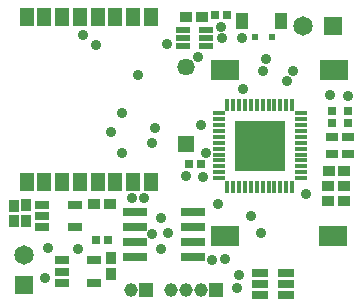
<source format=gts>
G04*
G04 #@! TF.GenerationSoftware,Altium Limited,Altium Designer,18.0.9 (584)*
G04*
G04 Layer_Color=8388736*
%FSLAX25Y25*%
%MOIN*%
G70*
G01*
G75*
%ADD32R,0.02165X0.02165*%
%ADD33R,0.09213X0.06890*%
%ADD34R,0.04134X0.03347*%
%ADD35R,0.04134X0.02953*%
%ADD36R,0.02953X0.02559*%
%ADD37R,0.05391X0.02591*%
%ADD38R,0.03347X0.04134*%
%ADD39R,0.04991X0.01991*%
%ADD40R,0.02559X0.02953*%
%ADD41R,0.04528X0.02953*%
%ADD42R,0.08391X0.02691*%
%ADD43R,0.04528X0.06496*%
%ADD44R,0.01693X0.03937*%
%ADD45R,0.03937X0.01693*%
%ADD46R,0.16732X0.16732*%
%ADD47R,0.04191X0.05391*%
%ADD48C,0.05740*%
%ADD49R,0.05740X0.05740*%
%ADD50R,0.04528X0.04528*%
%ADD51C,0.04528*%
%ADD52C,0.06496*%
%ADD53R,0.06496X0.06496*%
%ADD54R,0.06496X0.06496*%
%ADD55C,0.03591*%
D32*
X188066Y188840D02*
D03*
X182554D02*
D03*
D33*
X208702Y177580D02*
D03*
X172560D02*
D03*
X208571Y122500D02*
D03*
X172429D02*
D03*
D34*
X206941Y134000D02*
D03*
X212059D02*
D03*
X207000Y144000D02*
D03*
X212118D02*
D03*
X206941Y139000D02*
D03*
X212059D02*
D03*
X159500Y195500D02*
D03*
X164618D02*
D03*
X128941Y133000D02*
D03*
X134059D02*
D03*
D35*
X208000Y149744D02*
D03*
Y155256D02*
D03*
X213500Y149744D02*
D03*
Y155256D02*
D03*
D36*
X208000Y160031D02*
D03*
Y163969D02*
D03*
X213500Y160031D02*
D03*
Y163969D02*
D03*
D37*
X184000Y102800D02*
D03*
Y106500D02*
D03*
Y110200D02*
D03*
X192800D02*
D03*
Y106500D02*
D03*
Y102800D02*
D03*
D38*
X134500Y115000D02*
D03*
Y109882D02*
D03*
X102000Y132559D02*
D03*
Y127441D02*
D03*
X106000Y132618D02*
D03*
Y127500D02*
D03*
D39*
X158500Y191000D02*
D03*
Y188400D02*
D03*
Y185800D02*
D03*
X166100D02*
D03*
Y188400D02*
D03*
Y191000D02*
D03*
D40*
X164500Y146500D02*
D03*
X160563D02*
D03*
X169063Y196000D02*
D03*
X173000D02*
D03*
X133500Y121000D02*
D03*
X129563D02*
D03*
D41*
X128913Y114240D02*
D03*
Y106760D02*
D03*
X118087D02*
D03*
Y110500D02*
D03*
Y114240D02*
D03*
X122413Y132740D02*
D03*
Y125260D02*
D03*
X111587D02*
D03*
Y129000D02*
D03*
Y132740D02*
D03*
D42*
X142300Y130500D02*
D03*
Y125500D02*
D03*
Y120500D02*
D03*
Y115500D02*
D03*
X161700D02*
D03*
Y120500D02*
D03*
Y125500D02*
D03*
Y130500D02*
D03*
D43*
X106331Y140441D02*
D03*
X112236D02*
D03*
X118142D02*
D03*
X124047D02*
D03*
X129953D02*
D03*
X135858D02*
D03*
X141764D02*
D03*
X147669D02*
D03*
Y195559D02*
D03*
X141764D02*
D03*
X135858D02*
D03*
X129953D02*
D03*
X124047D02*
D03*
X118142D02*
D03*
X112236D02*
D03*
X106331D02*
D03*
D44*
X194827Y166181D02*
D03*
X192858D02*
D03*
X190890D02*
D03*
X188921D02*
D03*
X186953D02*
D03*
X184984D02*
D03*
X183016D02*
D03*
X181047D02*
D03*
X179079D02*
D03*
X177110D02*
D03*
X175142D02*
D03*
X173173D02*
D03*
Y138819D02*
D03*
X175142D02*
D03*
X177110D02*
D03*
X179079D02*
D03*
X181047D02*
D03*
X183016D02*
D03*
X184984D02*
D03*
X186953D02*
D03*
X188921D02*
D03*
X190890D02*
D03*
X192858D02*
D03*
X194827D02*
D03*
D45*
X170319Y163327D02*
D03*
Y161358D02*
D03*
Y159390D02*
D03*
Y157421D02*
D03*
Y155453D02*
D03*
Y153484D02*
D03*
Y151516D02*
D03*
Y149547D02*
D03*
Y147579D02*
D03*
Y145610D02*
D03*
Y143642D02*
D03*
Y141673D02*
D03*
X197681D02*
D03*
Y143642D02*
D03*
Y145610D02*
D03*
Y147579D02*
D03*
Y149547D02*
D03*
Y151516D02*
D03*
Y153484D02*
D03*
Y155453D02*
D03*
Y157421D02*
D03*
Y159390D02*
D03*
Y161358D02*
D03*
Y163327D02*
D03*
D46*
X184000Y152500D02*
D03*
D47*
X190950Y194000D02*
D03*
X178050D02*
D03*
D48*
X159500Y178795D02*
D03*
D49*
Y153205D02*
D03*
D50*
X146000Y104500D02*
D03*
X169500D02*
D03*
D51*
X141000D02*
D03*
X164500D02*
D03*
X159500D02*
D03*
X154500D02*
D03*
D52*
X198500Y192500D02*
D03*
X105500Y116000D02*
D03*
D53*
X208500Y192500D02*
D03*
D54*
X105500Y106000D02*
D03*
D55*
X178500Y171500D02*
D03*
X185000Y177500D02*
D03*
X172500Y114890D02*
D03*
X125000Y189500D02*
D03*
X186000Y181500D02*
D03*
X177000Y109500D02*
D03*
X184500Y123500D02*
D03*
X148000Y123000D02*
D03*
X151000Y128500D02*
D03*
X153000Y186500D02*
D03*
X163500Y182000D02*
D03*
X166000Y150000D02*
D03*
X165000Y142000D02*
D03*
X164500Y159500D02*
D03*
X153500Y123500D02*
D03*
X151000Y118000D02*
D03*
X145500Y135000D02*
D03*
X159500Y142500D02*
D03*
X199500Y136500D02*
D03*
X134500Y157000D02*
D03*
X138000Y163500D02*
D03*
X149000Y158500D02*
D03*
X138000Y150000D02*
D03*
X112500Y108500D02*
D03*
X113500Y118500D02*
D03*
X123500Y118000D02*
D03*
X143500Y176000D02*
D03*
X207500Y169500D02*
D03*
X193000Y174000D02*
D03*
X195000Y177500D02*
D03*
X213500Y169000D02*
D03*
X178100Y188400D02*
D03*
X171600D02*
D03*
X171000Y192000D02*
D03*
X181000Y129000D02*
D03*
X148000Y153500D02*
D03*
X170000Y133000D02*
D03*
X168000Y114500D02*
D03*
X141500Y135000D02*
D03*
X129500Y186000D02*
D03*
X176500Y105000D02*
D03*
M02*

</source>
